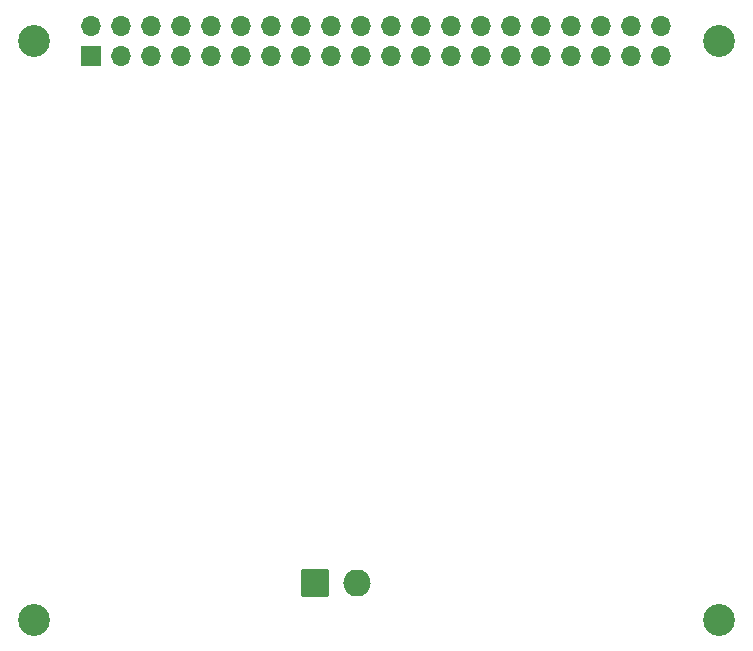
<source format=gbr>
%TF.GenerationSoftware,KiCad,Pcbnew,8.0.9*%
%TF.CreationDate,2025-09-23T01:05:25+07:00*%
%TF.ProjectId,CAN_Shield,43414e5f-5368-4696-956c-642e6b696361,rev?*%
%TF.SameCoordinates,Original*%
%TF.FileFunction,Soldermask,Bot*%
%TF.FilePolarity,Negative*%
%FSLAX46Y46*%
G04 Gerber Fmt 4.6, Leading zero omitted, Abs format (unit mm)*
G04 Created by KiCad (PCBNEW 8.0.9) date 2025-09-23 01:05:25*
%MOMM*%
%LPD*%
G01*
G04 APERTURE LIST*
G04 Aperture macros list*
%AMRoundRect*
0 Rectangle with rounded corners*
0 $1 Rounding radius*
0 $2 $3 $4 $5 $6 $7 $8 $9 X,Y pos of 4 corners*
0 Add a 4 corners polygon primitive as box body*
4,1,4,$2,$3,$4,$5,$6,$7,$8,$9,$2,$3,0*
0 Add four circle primitives for the rounded corners*
1,1,$1+$1,$2,$3*
1,1,$1+$1,$4,$5*
1,1,$1+$1,$6,$7*
1,1,$1+$1,$8,$9*
0 Add four rect primitives between the rounded corners*
20,1,$1+$1,$2,$3,$4,$5,0*
20,1,$1+$1,$4,$5,$6,$7,0*
20,1,$1+$1,$6,$7,$8,$9,0*
20,1,$1+$1,$8,$9,$2,$3,0*%
G04 Aperture macros list end*
%ADD10RoundRect,0.050800X-1.100000X-1.100000X1.100000X-1.100000X1.100000X1.100000X-1.100000X1.100000X0*%
%ADD11O,2.301600X2.301600*%
%ADD12C,2.700000*%
%ADD13R,1.700000X1.700000*%
%ADD14O,1.700000X1.700000*%
G04 APERTURE END LIST*
D10*
%TO.C,U1*%
X27332900Y6604000D03*
D11*
X30833100Y6604000D03*
%TD*%
D12*
%TO.C,MH2*%
X61500000Y52500000D03*
%TD*%
%TO.C,MH3*%
X3500000Y3500000D03*
%TD*%
%TO.C,MH1*%
X3500000Y52500000D03*
%TD*%
%TO.C,MH4*%
X61500000Y3500000D03*
%TD*%
D13*
%TO.C,J1*%
X8370000Y51230000D03*
D14*
X8370000Y53770000D03*
X10910000Y51230000D03*
X10910000Y53770000D03*
X13450000Y51230000D03*
X13450000Y53770000D03*
X15990000Y51230000D03*
X15990000Y53770000D03*
X18530000Y51230000D03*
X18530000Y53770000D03*
X21070000Y51230000D03*
X21070000Y53770000D03*
X23610000Y51230000D03*
X23610000Y53770000D03*
X26150000Y51230000D03*
X26150000Y53770000D03*
X28690000Y51230000D03*
X28690000Y53770000D03*
X31230000Y51230000D03*
X31230000Y53770000D03*
X33770000Y51230000D03*
X33770000Y53770000D03*
X36310000Y51230000D03*
X36310000Y53770000D03*
X38850000Y51230000D03*
X38850000Y53770000D03*
X41390000Y51230000D03*
X41390000Y53770000D03*
X43930000Y51230000D03*
X43930000Y53770000D03*
X46470000Y51230000D03*
X46470000Y53770000D03*
X49010000Y51230000D03*
X49010000Y53770000D03*
X51550000Y51230000D03*
X51550000Y53770000D03*
X54090000Y51230000D03*
X54090000Y53770000D03*
X56630000Y51230000D03*
X56630000Y53770000D03*
%TD*%
M02*

</source>
